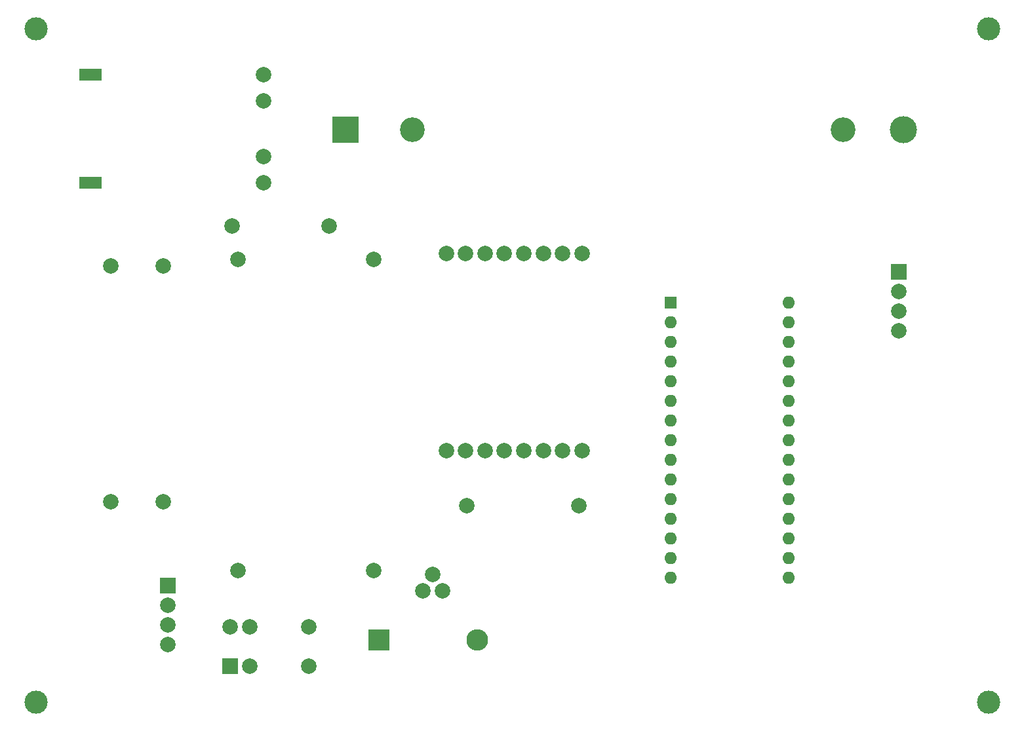
<source format=gbr>
%TF.GenerationSoftware,KiCad,Pcbnew,8.0.0*%
%TF.CreationDate,2024-04-01T01:39:54+02:00*%
%TF.ProjectId,smartSensor,736d6172-7453-4656-9e73-6f722e6b6963,rev?*%
%TF.SameCoordinates,Original*%
%TF.FileFunction,Soldermask,Top*%
%TF.FilePolarity,Negative*%
%FSLAX46Y46*%
G04 Gerber Fmt 4.6, Leading zero omitted, Abs format (unit mm)*
G04 Created by KiCad (PCBNEW 8.0.0) date 2024-04-01 01:39:54*
%MOMM*%
%LPD*%
G01*
G04 APERTURE LIST*
%ADD10R,3.000000X1.500000*%
%ADD11C,2.000000*%
%ADD12R,2.000000X2.000000*%
%ADD13R,1.600000X1.600000*%
%ADD14O,1.600000X1.600000*%
%ADD15C,3.200000*%
%ADD16R,3.500000X3.500000*%
%ADD17C,3.500000*%
%ADD18C,3.000000*%
%ADD19R,2.800000X2.800000*%
%ADD20O,2.800000X2.800000*%
G04 APERTURE END LIST*
D10*
%TO.C,battery_charger*%
X64010000Y-64900000D03*
X64010000Y-78900000D03*
D11*
X86410000Y-64900000D03*
X86410000Y-68280000D03*
X86410000Y-75480000D03*
X86410000Y-78890000D03*
%TD*%
%TO.C,12V_to_3.3V*%
X83100000Y-129040000D03*
X100600000Y-129040000D03*
X83100000Y-88760000D03*
X100600000Y-88760000D03*
%TD*%
%TO.C,battery_to_12V1*%
X66620000Y-120110000D03*
X73390000Y-120110000D03*
X66690000Y-89610000D03*
X73390000Y-89610000D03*
%TD*%
%TO.C,S9013*%
X107000000Y-131600000D03*
X108270000Y-129500000D03*
X109500000Y-131600000D03*
%TD*%
%TO.C,2 Ohm*%
X82310000Y-84510000D03*
X94810000Y-84510000D03*
%TD*%
D12*
%TO.C,BeFlE*%
X168400000Y-90380000D03*
D11*
X168400000Y-92920000D03*
X168400000Y-95460000D03*
X168400000Y-98000000D03*
%TD*%
D13*
%TO.C,Arduino_Sensor1*%
X139000000Y-94380000D03*
D14*
X139000000Y-96920000D03*
X139000000Y-99460000D03*
X139000000Y-102000000D03*
X139000000Y-104540000D03*
X139000000Y-107080000D03*
X139000000Y-109620000D03*
X139000000Y-112160000D03*
X139000000Y-114700000D03*
X139000000Y-117240000D03*
X139000000Y-119780000D03*
X139000000Y-122320000D03*
X139000000Y-124860000D03*
X139000000Y-127400000D03*
X139000000Y-129940000D03*
X154240000Y-129940000D03*
X154240000Y-127400000D03*
X154240000Y-124860000D03*
X154240000Y-122320000D03*
X154240000Y-119780000D03*
X154240000Y-117240000D03*
X154240000Y-114700000D03*
X154240000Y-112160000D03*
X154240000Y-109620000D03*
X154240000Y-107080000D03*
X154240000Y-104540000D03*
X154240000Y-102000000D03*
X154240000Y-99460000D03*
X154240000Y-96920000D03*
X154240000Y-94380000D03*
%TD*%
D15*
%TO.C,Battery 18650*%
X105645000Y-72000000D03*
X161255000Y-72000000D03*
D16*
X97000000Y-72000000D03*
D17*
X169000000Y-72000000D03*
%TD*%
D11*
%TO.C,1K Ohm*%
X112650000Y-120640000D03*
X127150000Y-120640000D03*
%TD*%
D18*
%TO.C,M4*%
X57000000Y-146000000D03*
%TD*%
D12*
%TO.C,motorvalve*%
X74000000Y-130920000D03*
D11*
X74000000Y-133460000D03*
X74000000Y-136000000D03*
X74000000Y-138540000D03*
%TD*%
D12*
%TO.C,K1*%
X82042500Y-141407500D03*
D11*
X84582500Y-141407500D03*
X92202500Y-141407500D03*
X92202500Y-136327500D03*
X84582500Y-136327500D03*
X82042500Y-136327500D03*
%TD*%
D18*
%TO.C,M1*%
X180000000Y-146000000D03*
%TD*%
%TO.C,M2*%
X180000000Y-59000000D03*
%TD*%
D11*
%TO.C,U1*%
X127500000Y-88000000D03*
X125000000Y-88000000D03*
X122500000Y-88000000D03*
X120000000Y-88000000D03*
X117500000Y-88000000D03*
X115000000Y-88000000D03*
X112500000Y-88000000D03*
X110000000Y-88000000D03*
X110000000Y-113500000D03*
X112500000Y-113500000D03*
X115000000Y-113500000D03*
X117500000Y-113500000D03*
X120000000Y-113500000D03*
X122500000Y-113500000D03*
X125000000Y-113500000D03*
X127500000Y-113500000D03*
%TD*%
D19*
%TO.C,M4007*%
X101300000Y-138000000D03*
D20*
X114000000Y-138000000D03*
%TD*%
D18*
%TO.C,M3*%
X57000000Y-59000000D03*
%TD*%
M02*

</source>
